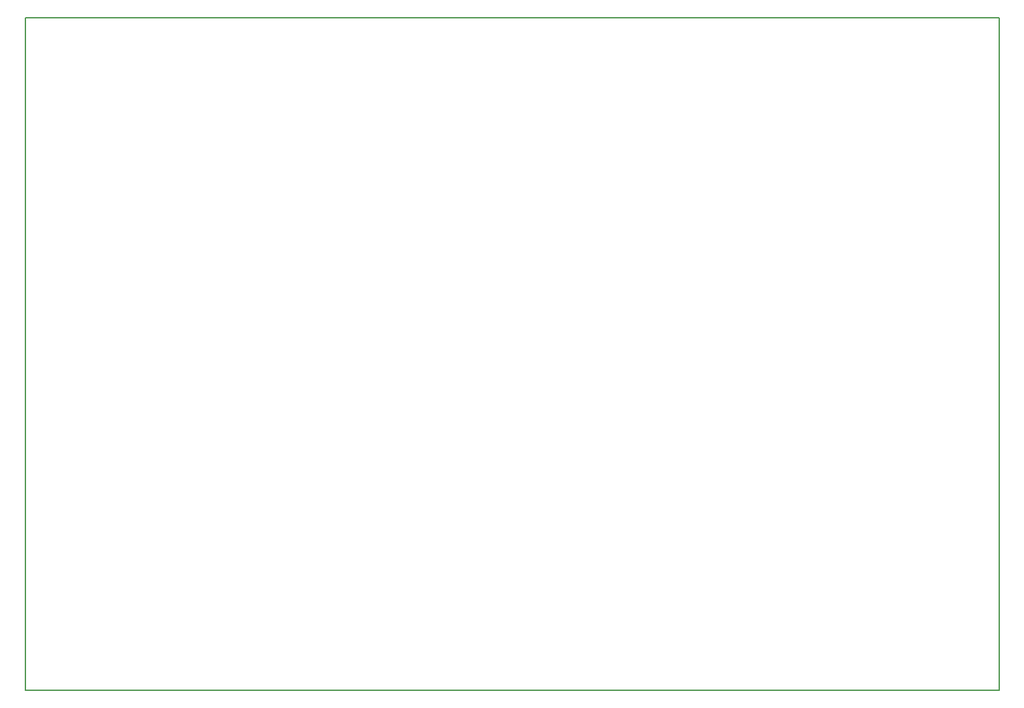
<source format=gbo>
G04 MADE WITH FRITZING*
G04 WWW.FRITZING.ORG*
G04 DOUBLE SIDED*
G04 HOLES PLATED*
G04 CONTOUR ON CENTER OF CONTOUR VECTOR*
%ASAXBY*%
%FSLAX23Y23*%
%MOIN*%
%OFA0B0*%
%SFA1.0B1.0*%
%ADD10R,5.118120X3.543310X5.102120X3.527310*%
%ADD11C,0.008000*%
%LNSILK0*%
G90*
G70*
G54D11*
X4Y3539D02*
X5114Y3539D01*
X5114Y4D01*
X4Y4D01*
X4Y3539D01*
D02*
G04 End of Silk0*
M02*
</source>
